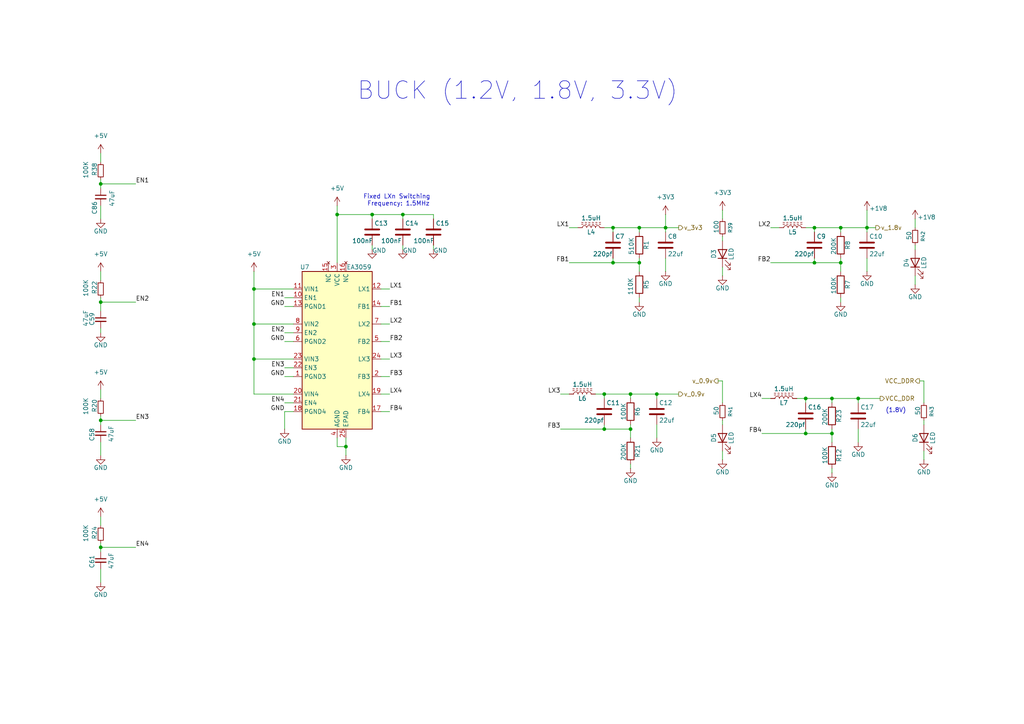
<source format=kicad_sch>
(kicad_sch (version 20250114) (generator "eeschema") (generator_version "9.0")
  (paper "A4")
  (lib_symbols
    (symbol "Device:C" (pin_numbers (hide yes)) (pin_names (offset 0.254))
      (property "Reference" "C" (at 0.635 2.54 0))
      (property "Value" "C" (at 0.635 -2.54 0))
      (symbol "C_0_1"
        (polyline (pts (xy -2.032 0.762) (xy 2.032 0.762)) (stroke (width 0.508)))
        (polyline (pts (xy -2.032 -0.762) (xy 2.032 -0.762)) (stroke (width 0.508)))
      )
      (symbol "C_1_1"
        (pin passive line (at 0 3.81 270) (length 2.794) (name "~") (number "1"))
        (pin passive line (at 0 -3.81 90) (length 2.794) (name "~") (number "2"))
      )
    )
    (symbol "Device:C_Small" (pin_numbers (hide yes)) (pin_names (offset 0.254) (hide yes))
      (property "Reference" "C" (at 0.254 1.778 0))
      (property "Value" "C_Small" (at 0.254 -2.032 0))
      (symbol "C_Small_0_1"
        (polyline (pts (xy -1.524 0.508) (xy 1.524 0.508)) (stroke (width 0.3048)))
        (polyline (pts (xy -1.524 -0.508) (xy 1.524 -0.508)) (stroke (width 0.3302)))
      )
      (symbol "C_Small_1_1"
        (pin passive line (at 0 2.54 270) (length 2.032) (name "~") (number "1"))
        (pin passive line (at 0 -2.54 90) (length 2.032) (name "~") (number "2"))
      )
    )
    (symbol "Device:LED" (pin_numbers (hide yes)) (pin_names (offset 1.016) (hide yes))
      (property "Reference" "D" (at 0 2.54 0))
      (property "Value" "LED" (at 0 -2.54 0))
      (symbol "LED_0_1"
        (polyline (pts (xy -3.048 -0.762) (xy -4.572 -2.286) (xy -3.81 -2.286) (xy -4.572 -2.286) (xy -4.572 -1.524)))
        (polyline (pts (xy -1.778 -0.762) (xy -3.302 -2.286) (xy -2.54 -2.286) (xy -3.302 -2.286) (xy -3.302 -1.524)))
        (polyline (pts (xy -1.27 0) (xy 1.27 0)))
        (polyline (pts (xy -1.27 -1.27) (xy -1.27 1.27)) (stroke (width 0.254)))
        (polyline (pts (xy 1.27 -1.27) (xy 1.27 1.27) (xy -1.27 0) (xy 1.27 -1.27)) (stroke (width 0.254)))
      )
      (symbol "LED_1_1"
        (pin passive line (at -3.81 0 0) (length 2.54) (name "K") (number "1"))
        (pin passive line (at 3.81 0 180) (length 2.54) (name "A") (number "2"))
      )
    )
    (symbol "Device:L_Ferrite" (pin_numbers (hide yes)) (pin_names (offset 1.016) (hide yes))
      (property "Reference" "L" (at -1.27 0 90))
      (property "Value" "L_Ferrite" (at 2.794 0 90))
      (symbol "L_Ferrite_0_1"
        (arc (start 0 2.54) (mid 0.6323 1.905) (end 0 1.27))
        (arc (start 0 1.27) (mid 0.6323 0.635) (end 0 0))
        (arc (start 0 0) (mid 0.6323 -0.635) (end 0 -1.27))
        (arc (start 0 -1.27) (mid 0.6323 -1.905) (end 0 -2.54))
        (polyline (pts (xy 1.016 2.286) (xy 1.016 2.794)))
        (polyline (pts (xy 1.016 1.27) (xy 1.016 1.778)))
        (polyline (pts (xy 1.016 0.254) (xy 1.016 0.762)))
        (polyline (pts (xy 1.016 -0.762) (xy 1.016 -0.254)))
        (polyline (pts (xy 1.016 -1.778) (xy 1.016 -1.27)))
        (polyline (pts (xy 1.016 -2.794) (xy 1.016 -2.286)))
        (polyline (pts (xy 1.524 2.794) (xy 1.524 2.286)))
        (polyline (pts (xy 1.524 1.778) (xy 1.524 1.27)))
        (polyline (pts (xy 1.524 0.762) (xy 1.524 0.254)))
        (polyline (pts (xy 1.524 -0.254) (xy 1.524 -0.762)))
        (polyline (pts (xy 1.524 -1.27) (xy 1.524 -1.778)))
        (polyline (pts (xy 1.524 -2.286) (xy 1.524 -2.794)))
      )
      (symbol "L_Ferrite_1_1"
        (pin passive line (at 0 3.81 270) (length 1.27) (name "1") (number "1"))
        (pin passive line (at 0 -3.81 90) (length 1.27) (name "2") (number "2"))
      )
    )
    (symbol "Device:R" (pin_numbers (hide yes)) (pin_names (offset 0))
      (property "Reference" "R" (at 2.032 0 90))
      (property "Value" "R" (at 0 0 90))
      (symbol "R_0_1"
        (rectangle (start -1.016 -2.54) (end 1.016 2.54) (stroke (width 0.254)))
      )
      (symbol "R_1_1"
        (pin passive line (at 0 3.81 270) (length 1.27) (name "~") (number "1"))
        (pin passive line (at 0 -3.81 90) (length 1.27) (name "~") (number "2"))
      )
    )
    (symbol "Device:R_Small" (pin_numbers (hide yes)) (pin_names (offset 0.254) (hide yes))
      (property "Reference" "R" (at 0.762 0.508 0))
      (property "Value" "R_Small" (at 0.762 -1.016 0))
      (symbol "R_Small_0_1"
        (rectangle (start -0.762 1.778) (end 0.762 -1.778) (stroke (width 0.2032)))
      )
      (symbol "R_Small_1_1"
        (pin passive line (at 0 2.54 270) (length 0.762) (name "~") (number "1"))
        (pin passive line (at 0 -2.54 90) (length 0.762) (name "~") (number "2"))
      )
    )
    (symbol "R_Small_3" (pin_numbers (hide yes)) (pin_names (offset 0.254) (hide yes))
      (property "Reference" "R" (at 0 0 90))
      (property "Value" "R_Small" (at 1.778 0 90))
      (symbol "R_Small_3_0_1"
        (rectangle (start -0.762 1.778) (end 0.762 -1.778) (stroke (width 0.2032)))
      )
      (symbol "R_Small_3_1_1"
        (pin passive line (at 0 2.54 270) (length 0.762) (name "~") (number "1"))
        (pin passive line (at 0 -2.54 90) (length 0.762) (name "~") (number "2"))
      )
    )
    (symbol "pondo_sch:EA3059"
      (property "Reference" "U7" (at -9.398 24.13 0))
      (property "Value" "EA3059" (at 6.35 24.13 0))
      (property "#LCSC" "C111586" (at 0 0 0))
      (symbol "EA3059_1_1"
        (rectangle (start -10.16 22.86) (end 10.16 -22.86) (stroke (width 0.254)) (fill (type background)))
        (pin power_in line (at -12.7 17.78 0) (length 2.54) (name "VIN1") (number "11"))
        (pin input line (at -12.7 15.24 0) (length 2.54) (name "EN1") (number "10"))
        (pin power_in line (at -12.7 12.7 0) (length 2.54) (name "PGND1") (number "13"))
        (pin power_in line (at -12.7 7.62 0) (length 2.54) (name "VIN2") (number "8"))
        (pin input line (at -12.7 5.08 0) (length 2.54) (name "EN2") (number "9"))
        (pin power_in line (at -12.7 2.54 0) (length 2.54) (name "PGND2") (number "6"))
        (pin power_in line (at -12.7 -2.54 0) (length 2.54) (name "VIN3") (number "23"))
        (pin input line (at -12.7 -5.08 0) (length 2.54) (name "EN3") (number "22"))
        (pin power_in line (at -12.7 -7.62 0) (length 2.54) (name "PGND3") (number "1"))
        (pin power_in line (at -12.7 -12.7 0) (length 2.54) (name "VIN4") (number "20"))
        (pin input line (at -12.7 -15.24 0) (length 2.54) (name "EN4") (number "21"))
        (pin power_in line (at -12.7 -17.78 0) (length 2.54) (name "PGND4") (number "18"))
        (pin no_connect line (at -5.08 -22.86 90) (length 2.54) (hide yes) (name "NC") (number "17"))
        (pin no_connect line (at -2.54 25.4 270) (length 2.54) (name "NC") (number "15"))
        (pin no_connect line (at -2.54 -22.86 90) (length 2.54) (hide yes) (name "NC") (number "18"))
        (pin power_in line (at 0 25.4 270) (length 2.54) (name "VCC") (number "3"))
        (pin power_in line (at 0 -25.4 90) (length 2.54) (name "AGND") (number "4"))
        (pin no_connect line (at 2.54 25.4 270) (length 2.54) (name "NC") (number "16"))
        (pin passive line (at 2.54 -25.4 90) (length 2.54) (name "EPAD") (number "25"))
        (pin power_out line (at 12.7 17.78 180) (length 2.54) (name "LX1") (number "12"))
        (pin input line (at 12.7 12.7 180) (length 2.54) (name "FB1") (number "14"))
        (pin power_out line (at 12.7 7.62 180) (length 2.54) (name "LX2") (number "7"))
        (pin input line (at 12.7 2.54 180) (length 2.54) (name "FB2") (number "5"))
        (pin power_out line (at 12.7 -2.54 180) (length 2.54) (name "LX3") (number "24"))
        (pin input line (at 12.7 -7.62 180) (length 2.54) (name "FB3") (number "2"))
        (pin power_out line (at 12.7 -12.7 180) (length 2.54) (name "LX4") (number "19"))
        (pin input line (at 12.7 -17.78 180) (length 2.54) (name "FB4") (number "17"))
      )
    )
    (symbol "power:+1V8" (power) (pin_numbers (hide yes)) (pin_names (offset 0) (hide yes))
      (property "Value" "+1V8" (at 0 3.556 0))
      (symbol "+1V8_0_1"
        (polyline (pts (xy -0.762 1.27) (xy 0 2.54)))
        (polyline (pts (xy 0 2.54) (xy 0.762 1.27)))
        (polyline (pts (xy 0 0) (xy 0 2.54)))
      )
      (symbol "+1V8_1_1"
        (pin power_in line (at 0 0 90) (length 0) (name "~") (number "1"))
      )
    )
    (symbol "power:+3V3" (power) (pin_numbers (hide yes)) (pin_names (offset 0) (hide yes))
      (property "Value" "+3V3" (at 0 3.556 0))
      (symbol "+3V3_0_1"
        (polyline (pts (xy -0.762 1.27) (xy 0 2.54)))
        (polyline (pts (xy 0 2.54) (xy 0.762 1.27)))
        (polyline (pts (xy 0 0) (xy 0 2.54)))
      )
      (symbol "+3V3_1_1"
        (pin power_in line (at 0 0 90) (length 0) (name "~") (number "1"))
      )
    )
    (symbol "power:+5V" (power) (pin_numbers (hide yes)) (pin_names (offset 0) (hide yes))
      (property "Value" "+5V" (at 0 3.556 0))
      (symbol "+5V_0_1"
        (polyline (pts (xy -0.762 1.27) (xy 0 2.54)))
        (polyline (pts (xy 0 2.54) (xy 0.762 1.27)))
        (polyline (pts (xy 0 0) (xy 0 2.54)))
      )
      (symbol "+5V_1_1"
        (pin power_in line (at 0 0 90) (length 0) (name "~") (number "1"))
      )
    )
    (symbol "power:GND" (power) (pin_numbers (hide yes)) (pin_names (offset 0) (hide yes))
      (property "Value" "GND" (at 0 -3.81 0))
      (symbol "GND_0_1"
        (polyline (pts (xy 0 0) (xy 0 -1.27) (xy 1.27 -1.27) (xy 0 -2.54) (xy -1.27 -1.27) (xy 0 -1.27)))
      )
      (symbol "GND_1_1"
        (pin power_in line (at 0 0 270) (length 0) (name "~") (number "1"))
      )
    )
  )
  (text "BUCK (1.2V, 1.8V, 3.3V)" (at 150.114 26.416 0) (effects (font (size 5.08 5.08))))
  (text "Fixed LXn Switching \nFrequency: 1.5MHz" (at 115.57 58.166 0) (effects (font (size 1.27 1.27))))
  (text "(1.8V)\n" (at 259.842 119.126 0) (effects (font (size 1.27 1.27))))
  (junction (at 233.68 115.57))
  (junction (at 185.42 66.04))
  (junction (at 100.33 129.54))
  (junction (at 241.3 125.73))
  (junction (at 190.5 114.3))
  (junction (at 175.26 114.3))
  (junction (at 116.84 62.23))
  (junction (at 29.21 87.63))
  (junction (at 251.46 66.04))
  (junction (at 233.68 125.73))
  (junction (at 182.88 114.3))
  (junction (at 177.8 76.2))
  (junction (at 182.88 124.46))
  (junction (at 97.79 62.23))
  (junction (at 243.84 66.04))
  (junction (at 73.66 83.82))
  (junction (at 73.66 93.98))
  (junction (at 241.3 115.57))
  (junction (at 248.92 115.57))
  (junction (at 177.8 66.04))
  (junction (at 243.84 76.2))
  (junction (at 73.66 104.14))
  (junction (at 236.22 66.04))
  (junction (at 107.95 62.23))
  (junction (at 29.21 158.75))
  (junction (at 236.22 76.2))
  (junction (at 29.21 53.34))
  (junction (at 185.42 76.2))
  (junction (at 29.21 121.92))
  (junction (at 175.26 124.46))
  (junction (at 193.04 66.04))
  (wire (pts (xy 82.55 119.38) (xy 85.09 119.38)))
  (wire (pts (xy 29.21 53.34) (xy 29.21 54.61)))
  (wire (pts (xy 82.55 99.06) (xy 85.09 99.06)))
  (wire (pts (xy 265.43 80.01) (xy 265.43 82.55)))
  (wire (pts (xy 220.98 115.57) (xy 223.52 115.57)))
  (wire (pts (xy 125.73 62.23) (xy 116.84 62.23)))
  (wire (pts (xy 251.46 66.04) (xy 254 66.04)))
  (wire (pts (xy 177.8 76.2) (xy 185.42 76.2)))
  (wire (pts (xy 29.21 87.63) (xy 29.21 90.17)))
  (wire (pts (xy 29.21 128.27) (xy 29.21 132.08)))
  (wire (pts (xy 110.49 83.82) (xy 113.03 83.82)))
  (wire (pts (xy 110.49 88.9) (xy 113.03 88.9)))
  (wire (pts (xy 82.55 116.84) (xy 85.09 116.84)))
  (wire (pts (xy 251.46 60.96) (xy 251.46 66.04)))
  (wire (pts (xy 190.5 114.3) (xy 182.88 114.3)))
  (wire (pts (xy 209.55 110.49) (xy 209.55 116.84)))
  (wire (pts (xy 29.21 120.65) (xy 29.21 121.92)))
  (wire (pts (xy 182.88 124.46) (xy 182.88 123.19)))
  (wire (pts (xy 241.3 135.89) (xy 241.3 137.16)))
  (wire (pts (xy 82.55 88.9) (xy 85.09 88.9)))
  (wire (pts (xy 175.26 123.19) (xy 175.26 124.46)))
  (wire (pts (xy 267.97 121.92) (xy 267.97 123.19)))
  (wire (pts (xy 73.66 93.98) (xy 73.66 83.82)))
  (wire (pts (xy 29.21 44.45) (xy 29.21 46.99)))
  (wire (pts (xy 85.09 93.98) (xy 73.66 93.98)))
  (wire (pts (xy 223.52 76.2) (xy 236.22 76.2)))
  (wire (pts (xy 107.95 63.5) (xy 107.95 62.23)))
  (wire (pts (xy 29.21 165.1) (xy 29.21 168.91)))
  (wire (pts (xy 236.22 66.04) (xy 236.22 67.31)))
  (wire (pts (xy 85.09 114.3) (xy 73.66 114.3)))
  (wire (pts (xy 29.21 158.75) (xy 29.21 160.02)))
  (wire (pts (xy 193.04 66.04) (xy 185.42 66.04)))
  (wire (pts (xy 241.3 125.73) (xy 241.3 128.27)))
  (wire (pts (xy 190.5 115.57) (xy 190.5 114.3)))
  (wire (pts (xy 248.92 115.57) (xy 241.3 115.57)))
  (wire (pts (xy 251.46 67.31) (xy 251.46 66.04)))
  (wire (pts (xy 100.33 129.54) (xy 100.33 132.08)))
  (wire (pts (xy 241.3 125.73) (xy 241.3 124.46)))
  (wire (pts (xy 29.21 78.74) (xy 29.21 81.28)))
  (wire (pts (xy 220.98 125.73) (xy 233.68 125.73)))
  (wire (pts (xy 165.1 76.2) (xy 177.8 76.2)))
  (wire (pts (xy 162.56 124.46) (xy 175.26 124.46)))
  (wire (pts (xy 97.79 129.54) (xy 100.33 129.54)))
  (wire (pts (xy 82.55 106.68) (xy 85.09 106.68)))
  (wire (pts (xy 165.1 66.04) (xy 167.64 66.04)))
  (wire (pts (xy 243.84 76.2) (xy 243.84 78.74)))
  (wire (pts (xy 110.49 109.22) (xy 113.03 109.22)))
  (wire (pts (xy 241.3 116.84) (xy 241.3 115.57)))
  (wire (pts (xy 175.26 66.04) (xy 177.8 66.04)))
  (wire (pts (xy 29.21 87.63) (xy 39.37 87.63)))
  (wire (pts (xy 73.66 83.82) (xy 85.09 83.82)))
  (wire (pts (xy 265.43 71.12) (xy 265.43 72.39)))
  (wire (pts (xy 82.55 86.36) (xy 85.09 86.36)))
  (wire (pts (xy 116.84 63.5) (xy 116.84 62.23)))
  (wire (pts (xy 209.55 110.49) (xy 208.28 110.49)))
  (wire (pts (xy 125.73 71.12) (xy 125.73 72.39)))
  (wire (pts (xy 97.79 59.69) (xy 97.79 62.23)))
  (wire (pts (xy 251.46 66.04) (xy 243.84 66.04)))
  (wire (pts (xy 231.14 115.57) (xy 233.68 115.57)))
  (wire (pts (xy 233.68 115.57) (xy 233.68 116.84)))
  (wire (pts (xy 177.8 74.93) (xy 177.8 76.2)))
  (wire (pts (xy 233.68 66.04) (xy 236.22 66.04)))
  (wire (pts (xy 107.95 71.12) (xy 107.95 72.39)))
  (wire (pts (xy 97.79 127) (xy 97.79 129.54)))
  (wire (pts (xy 193.04 67.31) (xy 193.04 66.04)))
  (wire (pts (xy 182.88 134.62) (xy 182.88 135.89)))
  (wire (pts (xy 241.3 115.57) (xy 233.68 115.57)))
  (wire (pts (xy 29.21 121.92) (xy 29.21 123.19)))
  (wire (pts (xy 175.26 114.3) (xy 175.26 115.57)))
  (wire (pts (xy 267.97 110.49) (xy 267.97 116.84)))
  (wire (pts (xy 193.04 74.93) (xy 193.04 78.74)))
  (wire (pts (xy 73.66 114.3) (xy 73.66 104.14)))
  (wire (pts (xy 73.66 104.14) (xy 73.66 93.98)))
  (wire (pts (xy 193.04 66.04) (xy 196.85 66.04)))
  (wire (pts (xy 107.95 62.23) (xy 116.84 62.23)))
  (wire (pts (xy 29.21 149.86) (xy 29.21 152.4)))
  (wire (pts (xy 209.55 121.92) (xy 209.55 123.19)))
  (wire (pts (xy 107.95 62.23) (xy 97.79 62.23)))
  (wire (pts (xy 125.73 63.5) (xy 125.73 62.23)))
  (wire (pts (xy 110.49 93.98) (xy 113.03 93.98)))
  (wire (pts (xy 172.72 114.3) (xy 175.26 114.3)))
  (wire (pts (xy 267.97 110.49) (xy 266.7 110.49)))
  (wire (pts (xy 243.84 76.2) (xy 243.84 74.93)))
  (wire (pts (xy 193.04 62.23) (xy 193.04 66.04)))
  (wire (pts (xy 243.84 67.31) (xy 243.84 66.04)))
  (wire (pts (xy 233.68 125.73) (xy 241.3 125.73)))
  (wire (pts (xy 110.49 119.38) (xy 113.03 119.38)))
  (wire (pts (xy 185.42 76.2) (xy 185.42 74.93)))
  (wire (pts (xy 29.21 95.25) (xy 29.21 96.52)))
  (wire (pts (xy 29.21 52.07) (xy 29.21 53.34)))
  (wire (pts (xy 223.52 66.04) (xy 226.06 66.04)))
  (wire (pts (xy 209.55 130.81) (xy 209.55 133.35)))
  (wire (pts (xy 243.84 66.04) (xy 236.22 66.04)))
  (wire (pts (xy 267.97 130.81) (xy 267.97 133.35)))
  (wire (pts (xy 248.92 124.46) (xy 248.92 128.27)))
  (wire (pts (xy 82.55 124.46) (xy 82.55 119.38)))
  (wire (pts (xy 236.22 74.93) (xy 236.22 76.2)))
  (wire (pts (xy 182.88 114.3) (xy 175.26 114.3)))
  (wire (pts (xy 265.43 63.5) (xy 265.43 66.04)))
  (wire (pts (xy 190.5 114.3) (xy 196.85 114.3)))
  (wire (pts (xy 85.09 104.14) (xy 73.66 104.14)))
  (wire (pts (xy 185.42 76.2) (xy 185.42 78.74)))
  (wire (pts (xy 110.49 114.3) (xy 113.03 114.3)))
  (wire (pts (xy 185.42 66.04) (xy 177.8 66.04)))
  (wire (pts (xy 182.88 124.46) (xy 182.88 127)))
  (wire (pts (xy 251.46 74.93) (xy 251.46 78.74)))
  (wire (pts (xy 243.84 86.36) (xy 243.84 87.63)))
  (wire (pts (xy 100.33 127) (xy 100.33 129.54)))
  (wire (pts (xy 185.42 67.31) (xy 185.42 66.04)))
  (wire (pts (xy 29.21 86.36) (xy 29.21 87.63)))
  (wire (pts (xy 209.55 68.58) (xy 209.55 69.85)))
  (wire (pts (xy 73.66 78.74) (xy 73.66 83.82)))
  (wire (pts (xy 248.92 116.84) (xy 248.92 115.57)))
  (wire (pts (xy 82.55 96.52) (xy 85.09 96.52)))
  (wire (pts (xy 209.55 77.47) (xy 209.55 80.01)))
  (wire (pts (xy 29.21 121.92) (xy 39.37 121.92)))
  (wire (pts (xy 162.56 114.3) (xy 165.1 114.3)))
  (wire (pts (xy 175.26 124.46) (xy 182.88 124.46)))
  (wire (pts (xy 248.92 115.57) (xy 255.27 115.57)))
  (wire (pts (xy 110.49 104.14) (xy 113.03 104.14)))
  (wire (pts (xy 236.22 76.2) (xy 243.84 76.2)))
  (wire (pts (xy 97.79 62.23) (xy 97.79 76.2)))
  (wire (pts (xy 29.21 59.69) (xy 29.21 63.5)))
  (wire (pts (xy 82.55 109.22) (xy 85.09 109.22)))
  (wire (pts (xy 209.55 60.96) (xy 209.55 63.5)))
  (wire (pts (xy 29.21 158.75) (xy 39.37 158.75)))
  (wire (pts (xy 110.49 99.06) (xy 113.03 99.06)))
  (wire (pts (xy 29.21 53.34) (xy 39.37 53.34)))
  (wire (pts (xy 190.5 123.19) (xy 190.5 127)))
  (wire (pts (xy 185.42 86.36) (xy 185.42 87.63)))
  (wire (pts (xy 29.21 113.03) (xy 29.21 115.57)))
  (wire (pts (xy 116.84 71.12) (xy 116.84 72.39)))
  (wire (pts (xy 233.68 124.46) (xy 233.68 125.73)))
  (wire (pts (xy 182.88 115.57) (xy 182.88 114.3)))
  (wire (pts (xy 177.8 66.04) (xy 177.8 67.31)))
  (wire (pts (xy 29.21 157.48) (xy 29.21 158.75)))
  (label "EN2" (at 39.37 87.63 0))
  (label "GND" (at 82.55 88.9 180))
  (label "GND" (at 82.55 119.38 180))
  (label "EN1" (at 82.55 86.36 180))
  (label "EN4" (at 82.55 116.84 180))
  (label "LX3" (at 162.56 114.3 180))
  (label "FB2" (at 113.03 99.06 0))
  (label "GND" (at 82.55 109.22 180))
  (label "EN4" (at 39.37 158.75 0))
  (label "FB3" (at 162.56 124.46 180))
  (label "LX1" (at 165.1 66.04 180))
  (label "FB4" (at 113.03 119.38 0))
  (label "LX1" (at 113.03 83.82 0))
  (label "FB1" (at 165.1 76.2 180))
  (label "EN2" (at 82.55 96.52 180))
  (label "FB4" (at 220.98 125.73 180))
  (label "LX4" (at 220.98 115.57 180))
  (label "LX2" (at 113.03 93.98 0))
  (label "LX3" (at 113.03 104.14 0))
  (label "FB2" (at 223.52 76.2 180))
  (label "EN1" (at 39.37 53.34 0))
  (label "FB3" (at 113.03 109.22 0))
  (label "LX4" (at 113.03 114.3 0))
  (label "EN3" (at 82.55 106.68 180))
  (label "GND" (at 82.55 99.06 180))
  (label "LX2" (at 223.52 66.04 180))
  (label "EN3" (at 39.37 121.92 0))
  (label "FB1" (at 113.03 88.9 0))
  (hierarchical_label "v_3v3" (shape output) (at 196.85 66.04 0))
  (hierarchical_label "v_0.9v" (shape output) (at 208.28 110.49 180))
  (hierarchical_label "v_1.8v" (shape output) (at 254 66.04 0))
  (hierarchical_label "v_0.9v" (shape output) (at 196.85 114.3 0))
  (hierarchical_label "VCC_DDR" (shape output) (at 266.7 110.49 180))
  (hierarchical_label "VCC_DDR" (shape output) (at 255.27 115.57 0))
  (symbol (lib_id "Device:C") (at 116.84 67.31 0) (unit 1)
    (property "Reference" "C14" (at 117.475 64.77 0) (effects (justify left)))
    (property "Value" "100nF" (at 110.49 69.85 0) (effects (justify left)))
    (property "Footprint" "Capacitor_SMD:C_0402_1005Metric" (effects (hide yes)))
    (property "Description" "Unpolarized capacitor" (effects (hide yes)))
    (property "LCSC#" "C77020" (effects (hide yes)))
  )
  (symbol (lib_id "Device:R_Small") (at 29.21 83.82 180) (unit 1)
    (property "Reference" "R22" (at 27.432 85.344 90) (effects (justify right)))
    (property "Value" "100K" (at 24.892 86.106 90) (effects (justify right)))
    (property "Footprint" "Resistor_SMD:R_0402_1005Metric" (effects (hide yes)))
    (property "Description" "Resistor, small symbol" (effects (hide yes)))
    (property "LCSC#" "C844674" (effects (hide yes)))
  )
  (symbol (lib_id "Device:C_Small") (at 29.21 57.15 0) (unit 1)
    (property "Reference" "C86" (at 27.432 62.23 90) (effects (justify left)))
    (property "Value" "47uF" (at 32.512 59.944 90) (effects (justify left)))
    (property "Footprint" "Capacitor_SMD:C_0603_1608Metric" (effects (hide yes)))
    (property "Description" "Unpolarized capacitor, small symbol" (effects (hide yes)))
    (property "LCSC#" "C140782" (effects (hide yes)))
  )
  (symbol (lib_id "Device:L_Ferrite") (at 227.33 115.57 90) (unit 1)
    (property "Reference" "L7" (at 227.33 116.84 90))
    (property "Value" "1.5uH" (at 227.33 112.776 90))
    (property "Footprint" "Inductor_SMD:L_1008_2520Metric" (effects (hide yes)))
    (property "Description" "Inductor with ferrite core" (effects (hide yes)))
    (property "proveedor " "DFE252012PD-1R5M=P2 " (effects (hide yes)))
    (property "LCSC#" "C7427193" (effects (hide yes)))
  )
  (symbol (lib_id "power:GND") (at 209.55 133.35 0) (unit 1)
    (property "Reference" "#PWR078" (effects (hide yes)))
    (property "Value" "GND" (at 209.55 136.906 0))
    (property "Description" "Power symbol creates a global label with name \"GND\" , ground" (effects (hide yes)))
  )
  (symbol (lib_id "Device:R") (at 241.3 132.08 0) (unit 1)
    (property "Reference" "R12" (at 243.332 132.08 90))
    (property "Value" "100K" (at 239.268 132.08 90))
    (property "Footprint" "Resistor_SMD:R_0402_1005Metric" (effects (hide yes)))
    (property "Description" "Resistor" (effects (hide yes)))
    (property "LCSC#" "C844674" (effects (hide yes)))
  )
  (symbol (lib_id "Device:C") (at 107.95 67.31 0) (unit 1)
    (property "Reference" "C13" (at 108.585 64.77 0) (effects (justify left)))
    (property "Value" "100nF" (at 102.108 69.85 0) (effects (justify left)))
    (property "Footprint" "Capacitor_SMD:C_0402_1005Metric" (effects (hide yes)))
    (property "Description" "Unpolarized capacitor" (effects (hide yes)))
    (property "LCSC#" "C77020" (effects (hide yes)))
  )
  (symbol (lib_id "Device:C") (at 125.73 67.31 0) (unit 1)
    (property "Reference" "C15" (at 126.365 64.77 0) (effects (justify left)))
    (property "Value" "100nF" (at 119.888 69.85 0) (effects (justify left)))
    (property "Footprint" "Capacitor_SMD:C_0402_1005Metric" (effects (hide yes)))
    (property "Description" "Unpolarized capacitor" (effects (hide yes)))
    (property "LCSC#" "C77020" (effects (hide yes)))
  )
  (symbol (lib_id "Device:R_Small") (at 29.21 154.94 180) (unit 1)
    (property "Reference" "R24" (at 27.432 156.464 90) (effects (justify right)))
    (property "Value" "100K" (at 24.892 157.226 90) (effects (justify right)))
    (property "Footprint" "Resistor_SMD:R_0402_1005Metric" (effects (hide yes)))
    (property "Description" "Resistor, small symbol" (effects (hide yes)))
    (property "LCSC#" "C844674" (effects (hide yes)))
  )
  (symbol (lib_id "Device:R_Small") (at 29.21 49.53 180) (unit 1)
    (property "Reference" "R38" (at 27.432 51.054 90) (effects (justify right)))
    (property "Value" "100K" (at 24.892 51.816 90) (effects (justify right)))
    (property "Footprint" "Resistor_SMD:R_0402_1005Metric" (effects (hide yes)))
    (property "Description" "Resistor, small symbol" (effects (hide yes)))
    (property "LCSC#" "C844674" (effects (hide yes)))
  )
  (symbol (lib_id "power:GND") (at 241.3 137.16 0) (unit 1)
    (property "Reference" "#PWR0107" (effects (hide yes)))
    (property "Value" "GND" (at 241.3 140.716 0))
    (property "Description" "Power symbol creates a global label with name \"GND\" , ground" (effects (hide yes)))
  )
  (symbol (lib_id "Device:C") (at 177.8 71.12 0) (unit 1)
    (property "Reference" "C7" (at 178.435 68.58 0) (effects (justify left)))
    (property "Value" "220pf" (at 171.958 73.66 0) (effects (justify left)))
    (property "Footprint" "Capacitor_SMD:C_0402_1005Metric" (effects (hide yes)))
    (property "Description" "Unpolarized capacitor" (effects (hide yes)))
    (property "LCSC#" "C107001" (effects (hide yes)))
  )
  (symbol (lib_id "Device:L_Ferrite") (at 168.91 114.3 90) (unit 1)
    (property "Reference" "L6" (at 168.91 115.57 90))
    (property "Value" "1.5uH" (at 168.91 111.506 90))
    (property "Footprint" "Inductor_SMD:L_1008_2520Metric" (effects (hide yes)))
    (property "Description" "Inductor with ferrite core" (effects (hide yes)))
    (property "proveedor " "DFE252012PD-1R5M=P2 " (effects (hide yes)))
    (property "LCSC#" "C7427193" (effects (hide yes)))
  )
  (symbol (lib_id "Device:C") (at 193.04 71.12 0) (unit 1)
    (property "Reference" "C8" (at 193.675 68.58 0) (effects (justify left)))
    (property "Value" "22uf" (at 193.675 73.66 0) (effects (justify left)))
    (property "Footprint" "Capacitor_SMD:C_0402_1005Metric" (effects (hide yes)))
    (property "Description" "Unpolarized capacitor" (effects (hide yes)))
    (property "manf#" "GRM155R60J226ME11D" (effects (hide yes)))
    (property "LCSC#" "C415703" (effects (hide yes)))
  )
  (symbol (lib_id "power:GND") (at 116.84 72.39 0) (unit 1)
    (property "Reference" "#PWR0110" (effects (hide yes)))
    (property "Value" "GND" (at 118.872 72.644 0))
    (property "Description" "Power symbol creates a global label with name \"GND\" , ground" (effects (hide yes)))
  )
  (symbol (lib_id "Device:LED") (at 209.55 127 90) (unit 1)
    (property "Reference" "D5" (at 207.01 127 0))
    (property "Value" "LED" (at 212.09 127 0))
    (property "Footprint" "LED_SMD:LED_0603_1608Metric" (effects (hide yes)))
    (property "Description" "Light emitting diode" (effects (hide yes)))
    (property "Sim.Pins" "1=K 2=A" (effects (hide yes)))
    (property "LCSC#" "C375573" (effects (hide yes)))
  )
  (symbol (lib_id "power:GND") (at 265.43 82.55 0) (unit 1)
    (property "Reference" "#PWR077" (effects (hide yes)))
    (property "Value" "GND" (at 265.43 86.106 0))
    (property "Description" "Power symbol creates a global label with name \"GND\" , ground" (effects (hide yes)))
  )
  (symbol (lib_id "power:+5V") (at 29.21 44.45 0) (unit 1)
    (property "Reference" "#PWR084" (effects (hide yes)))
    (property "Value" "+5V" (at 29.21 39.37 0))
    (property "Description" "Power symbol creates a global label with name \"+5V\"" (effects (hide yes)))
  )
  (symbol (lib_id "Device:LED") (at 267.97 127 90) (unit 1)
    (property "Reference" "D6" (at 265.43 127 0))
    (property "Value" "LED" (at 270.51 127 0))
    (property "Footprint" "LED_SMD:LED_0603_1608Metric" (effects (hide yes)))
    (property "Description" "Light emitting diode" (effects (hide yes)))
    (property "Sim.Pins" "1=K 2=A" (effects (hide yes)))
    (property "LCSC#" "C375573" (effects (hide yes)))
  )
  (symbol (lib_id "power:GND") (at 243.84 87.63 0) (unit 1)
    (property "Reference" "#PWR097" (effects (hide yes)))
    (property "Value" "GND" (at 243.84 91.186 0))
    (property "Description" "Power symbol creates a global label with name \"GND\" , ground" (effects (hide yes)))
  )
  (symbol (lib_id "Device:LED") (at 265.43 76.2 90) (unit 1)
    (property "Reference" "D4" (at 262.89 76.2 0))
    (property "Value" "LED" (at 267.97 76.2 0))
    (property "Footprint" "LED_SMD:LED_0603_1608Metric" (effects (hide yes)))
    (property "Description" "Light emitting diode" (effects (hide yes)))
    (property "Sim.Pins" "1=K 2=A" (effects (hide yes)))
    (property "LCSC#" "C375573" (effects (hide yes)))
  )
  (symbol (lib_id "power:GND") (at 82.55 124.46 0) (unit 1)
    (property "Reference" "#PWR0105" (effects (hide yes)))
    (property "Value" "GND" (at 82.55 128.016 0))
    (property "Description" "Power symbol creates a global label with name \"GND\" , ground" (effects (hide yes)))
  )
  (symbol (lib_id "Device:R") (at 243.84 82.55 0) (unit 1)
    (property "Reference" "R7" (at 245.872 82.55 90))
    (property "Value" "100K" (at 241.808 82.804 90))
    (property "Footprint" "Resistor_SMD:R_0402_1005Metric" (effects (hide yes)))
    (property "Description" "Resistor" (effects (hide yes)))
    (property "LCSC#" "C844674" (effects (hide yes)))
  )
  (symbol (lib_id "Device:L_Ferrite") (at 229.87 66.04 90) (unit 1)
    (property "Reference" "L5" (at 229.87 67.31 90))
    (property "Value" "1.5uH" (at 229.87 63.246 90))
    (property "Footprint" "Inductor_SMD:L_1008_2520Metric" (effects (hide yes)))
    (property "Description" "Inductor with ferrite core" (effects (hide yes)))
    (property "proveedor " "DFE252012PD-1R5M=P2 " (effects (hide yes)))
    (property "LCSC#" "C7427193" (effects (hide yes)))
  )
  (symbol (lib_id "Device:R") (at 241.3 120.65 0) (unit 1)
    (property "Reference" "R23" (at 243.332 120.65 90))
    (property "Value" "200K" (at 239.268 120.904 90))
    (property "Footprint" "Resistor_SMD:R_0402_1005Metric" (effects (hide yes)))
    (property "Description" "Resistor" (effects (hide yes)))
    (property "LCSC#" "C364966" (effects (hide yes)))
  )
  (symbol (lib_id "power:GND") (at 209.55 80.01 0) (unit 1)
    (property "Reference" "#PWR076" (effects (hide yes)))
    (property "Value" "GND" (at 209.55 83.566 0))
    (property "Description" "Power symbol creates a global label with name \"GND\" , ground" (effects (hide yes)))
  )
  (symbol (lib_name "R_Small_3") (lib_id "Device:R_Small") (at 209.55 66.04 180) (unit 1)
    (property "Reference" "R39" (at 211.836 66.04 90) (effects (font (size 1.016 1.016))))
    (property "Value" "100" (at 207.772 65.786 90))
    (property "Footprint" "Resistor_SMD:R_0603_1608Metric" (effects (hide yes)))
    (property "Description" "Resistor, small symbol" (effects (hide yes)))
    (property "LCSC#" "C253328" (effects (hide yes)))
  )
  (symbol (lib_id "Device:L_Ferrite") (at 171.45 66.04 90) (unit 1)
    (property "Reference" "L4" (at 171.45 67.31 90))
    (property "Value" "1.5uH" (at 171.45 63.246 90))
    (property "Footprint" "Inductor_SMD:L_1008_2520Metric" (effects (hide yes)))
    (property "Description" "Inductor with ferrite core" (effects (hide yes)))
    (property "proveedor " "DFE252012PD-1R5M=P2 " (effects (hide yes)))
    (property "LCSC#" "C7427193" (effects (hide yes)))
  )
  (symbol (lib_id "Device:C_Small") (at 29.21 92.71 0) (unit 1)
    (property "Reference" "C59" (at 26.67 94.488 90) (effects (justify left)))
    (property "Value" "47uF" (at 24.892 94.742 90) (effects (justify left)))
    (property "Footprint" "Capacitor_SMD:C_0603_1608Metric" (effects (hide yes)))
    (property "Description" "Unpolarized capacitor, small symbol" (effects (hide yes)))
    (property "LCSC#" "C140782" (effects (hide yes)))
  )
  (symbol (lib_name "R_Small_3") (lib_id "Device:R_Small") (at 209.55 119.38 180) (unit 1)
    (property "Reference" "R41" (at 211.836 119.38 90) (effects (font (size 1.016 1.016))))
    (property "Value" "50" (at 207.772 119.126 90))
    (property "Footprint" "Resistor_SMD:R_0603_1608Metric" (effects (hide yes)))
    (property "Description" "Resistor, small symbol" (effects (hide yes)))
    (property "LCSC#" "C445802" (effects (hide yes)))
  )
  (symbol (lib_id "power:GND") (at 29.21 168.91 0) (unit 1)
    (property "Reference" "#PWR061" (effects (hide yes)))
    (property "Value" "GND" (at 29.21 172.466 0))
    (property "Description" "Power symbol creates a global label with name \"GND\" , ground" (effects (hide yes)))
  )
  (symbol (lib_id "power:GND") (at 251.46 78.74 0) (unit 1)
    (property "Reference" "#PWR098" (effects (hide yes)))
    (property "Value" "GND" (at 251.46 82.296 0))
    (property "Description" "Power symbol creates a global label with name \"GND\" , ground" (effects (hide yes)))
  )
  (symbol (lib_id "power:+5V") (at 29.21 78.74 0) (unit 1)
    (property "Reference" "#PWR059" (effects (hide yes)))
    (property "Value" "+5V" (at 29.21 73.66 0))
    (property "Description" "Power symbol creates a global label with name \"+5V\"" (effects (hide yes)))
  )
  (symbol (lib_id "power:+1V8") (at 251.46 60.96 0) (unit 1)
    (property "Reference" "#PWR0109" (effects (hide yes)))
    (property "Value" "+1V8" (at 254.762 60.452 0))
    (property "Description" "Power symbol creates a global label with name \"+1V8\"" (effects (hide yes)))
  )
  (symbol (lib_id "power:+5V") (at 29.21 113.03 0) (unit 1)
    (property "Reference" "#PWR094" (effects (hide yes)))
    (property "Value" "+5V" (at 29.21 107.95 0))
    (property "Description" "Power symbol creates a global label with name \"+5V\"" (effects (hide yes)))
  )
  (symbol (lib_id "power:GND") (at 190.5 127 0) (unit 1)
    (property "Reference" "#PWR0100" (effects (hide yes)))
    (property "Value" "GND" (at 190.5 130.556 0))
    (property "Description" "Power symbol creates a global label with name \"GND\" , ground" (effects (hide yes)))
  )
  (symbol (lib_id "power:GND") (at 125.73 72.39 0) (unit 1)
    (property "Reference" "#PWR0111" (effects (hide yes)))
    (property "Value" "GND" (at 127.762 72.644 0))
    (property "Description" "Power symbol creates a global label with name \"GND\" , ground" (effects (hide yes)))
  )
  (symbol (lib_id "power:GND") (at 107.95 72.39 0) (unit 1)
    (property "Reference" "#PWR0103" (effects (hide yes)))
    (property "Value" "GND" (at 109.982 72.644 0))
    (property "Description" "Power symbol creates a global label with name \"GND\" , ground" (effects (hide yes)))
  )
  (symbol (lib_id "Device:LED") (at 209.55 73.66 90) (unit 1)
    (property "Reference" "D3" (at 207.01 73.66 0))
    (property "Value" "LED" (at 212.09 73.66 0))
    (property "Footprint" "LED_SMD:LED_0603_1608Metric" (effects (hide yes)))
    (property "Description" "Light emitting diode" (effects (hide yes)))
    (property "Sim.Pins" "1=K 2=A" (effects (hide yes)))
    (property "LCSC#" "C375573" (effects (hide yes)))
  )
  (symbol (lib_id "power:GND") (at 193.04 78.74 0) (unit 1)
    (property "Reference" "#PWR096" (effects (hide yes)))
    (property "Value" "GND" (at 193.04 82.296 0))
    (property "Description" "Power symbol creates a global label with name \"GND\" , ground" (effects (hide yes)))
  )
  (symbol (lib_id "pondo_sch:EA3059") (at 97.79 101.6 0) (unit 1)
    (property "Reference" "U7" (at 88.392 77.47 0))
    (property "Value" "EA3059" (at 104.14 77.47 0))
    (property "Footprint" "Package_DFN_QFN:VQFN-24-1EP_4x4mm_P0.5mm_EP2.5x2.5mm" (effects (hide yes)))
    (property "Datasheet" "https://www.lcsc.com/datasheet/lcsc_datasheet_2006041834_Everanalog-IC-design-EA3058QDR_C575412.pdf" (effects (hide yes)))
    (property "Description" "4-channel power management IC, 2.7..5.5V input, 1.5 MHz switching frequency, VQFN-24" (effects (hide yes)))
    (property "LCSC#" "C111586" (effects (hide yes)))
  )
  (symbol (lib_id "power:GND") (at 185.42 87.63 0) (unit 1)
    (property "Reference" "#PWR095" (effects (hide yes)))
    (property "Value" "GND" (at 185.42 91.186 0))
    (property "Description" "Power symbol creates a global label with name \"GND\" , ground" (effects (hide yes)))
  )
  (symbol (lib_id "Device:C") (at 190.5 119.38 0) (unit 1)
    (property "Reference" "C12" (at 191.135 116.84 0) (effects (justify left)))
    (property "Value" "22uf" (at 191.135 121.92 0) (effects (justify left)))
    (property "Footprint" "Capacitor_SMD:C_0402_1005Metric" (effects (hide yes)))
    (property "Description" "Unpolarized capacitor" (effects (hide yes)))
    (property "manf#" "GRM155R60J226ME11D" (effects (hide yes)))
    (property "LCSC#" "C415703" (effects (hide yes)))
  )
  (symbol (lib_id "power:GND") (at 182.88 135.89 0) (unit 1)
    (property "Reference" "#PWR099" (effects (hide yes)))
    (property "Value" "GND" (at 182.88 139.446 0))
    (property "Description" "Power symbol creates a global label with name \"GND\" , ground" (effects (hide yes)))
  )
  (symbol (lib_id "Device:R") (at 185.42 82.55 0) (unit 1)
    (property "Reference" "R5" (at 187.452 82.55 90))
    (property "Value" "110K" (at 182.88 83.058 90))
    (property "Footprint" "Resistor_SMD:R_0402_1005Metric" (effects (hide yes)))
    (property "Description" "Resistor" (effects (hide yes)))
    (property "manf#" "ERJ-2RKF1103X " (effects (hide yes)))
  )
  (symbol (lib_id "Device:C") (at 175.26 119.38 0) (unit 1)
    (property "Reference" "C11" (at 175.895 116.84 0) (effects (justify left)))
    (property "Value" "220pf" (at 169.418 121.92 0) (effects (justify left)))
    (property "Footprint" "Capacitor_SMD:C_0402_1005Metric" (effects (hide yes)))
    (property "Description" "Unpolarized capacitor" (effects (hide yes)))
    (property "LCSC#" "C107001" (effects (hide yes)))
  )
  (symbol (lib_id "power:+5V") (at 97.79 59.69 0) (unit 1)
    (property "Reference" "#PWR0102" (effects (hide yes)))
    (property "Value" "+5V" (at 97.79 54.61 0))
    (property "Description" "Power symbol creates a global label with name \"+5V\"" (effects (hide yes)))
  )
  (symbol (lib_id "Device:C") (at 248.92 120.65 0) (unit 1)
    (property "Reference" "C17" (at 249.555 118.11 0) (effects (justify left)))
    (property "Value" "22uf" (at 249.555 123.19 0) (effects (justify left)))
    (property "Footprint" "Capacitor_SMD:C_0402_1005Metric" (effects (hide yes)))
    (property "Description" "Unpolarized capacitor" (effects (hide yes)))
    (property "manf#" "GRM155R60J226ME11D" (effects (hide yes)))
    (property "LCSC#" "C415703" (effects (hide yes)))
  )
  (symbol (lib_id "Device:R") (at 185.42 71.12 0) (unit 1)
    (property "Reference" "R1" (at 187.452 71.12 90))
    (property "Value" "510K" (at 183.134 71.374 90))
    (property "Footprint" "Resistor_SMD:R_0402_1005Metric" (effects (hide yes)))
    (property "Description" "Resistor" (effects (hide yes)))
    (property "LCSC#" "C365024" (effects (hide yes)))
  )
  (symbol (lib_id "power:+3V3") (at 209.55 60.96 0) (unit 1)
    (property "Reference" "#PWR0116" (effects (hide yes)))
    (property "Value" "+3V3" (at 209.55 55.88 0))
    (property "Description" "Power symbol creates a global label with name \"+3V3\"" (effects (hide yes)))
  )
  (symbol (lib_id "power:+5V") (at 29.21 149.86 0) (unit 1)
    (property "Reference" "#PWR0113" (effects (hide yes)))
    (property "Value" "+5V" (at 29.21 144.78 0))
    (property "Description" "Power symbol creates a global label with name \"+5V\"" (effects (hide yes)))
  )
  (symbol (lib_name "R_Small_3") (lib_id "Device:R_Small") (at 265.43 68.58 180) (unit 1)
    (property "Reference" "R42" (at 267.716 68.58 90) (effects (font (size 1.016 1.016))))
    (property "Value" "50" (at 263.652 68.326 90))
    (property "Footprint" "Resistor_SMD:R_0603_1608Metric" (effects (hide yes)))
    (property "Description" "Resistor, small symbol" (effects (hide yes)))
    (property "LCSC#" "C445802" (effects (hide yes)))
  )
  (symbol (lib_id "power:GND") (at 248.92 128.27 0) (unit 1)
    (property "Reference" "#PWR0108" (effects (hide yes)))
    (property "Value" "GND" (at 248.92 131.826 0))
    (property "Description" "Power symbol creates a global label with name \"GND\" , ground" (effects (hide yes)))
  )
  (symbol (lib_id "Device:R") (at 182.88 130.81 0) (unit 1)
    (property "Reference" "R21" (at 184.912 130.81 90))
    (property "Value" "200K" (at 180.848 131.064 90))
    (property "Footprint" "Resistor_SMD:R_0402_1005Metric" (effects (hide yes)))
    (property "Description" "Resistor" (effects (hide yes)))
    (property "LCSC#" "C364966" (effects (hide yes)))
  )
  (symbol (lib_id "Device:C") (at 251.46 71.12 0) (unit 1)
    (property "Reference" "C10" (at 252.095 68.58 0) (effects (justify left)))
    (property "Value" "22uf" (at 252.095 73.66 0) (effects (justify left)))
    (property "Footprint" "Capacitor_SMD:C_0402_1005Metric" (effects (hide yes)))
    (property "Description" "Unpolarized capacitor" (effects (hide yes)))
    (property "manf#" "GRM155R60J226ME11D" (effects (hide yes)))
    (property "LCSC#" "C415703" (effects (hide yes)))
  )
  (symbol (lib_id "power:+5V") (at 73.66 78.74 0) (unit 1)
    (property "Reference" "#PWR0101" (effects (hide yes)))
    (property "Value" "+5V" (at 73.66 73.66 0))
    (property "Description" "Power symbol creates a global label with name \"+5V\"" (effects (hide yes)))
  )
  (symbol (lib_id "Device:R") (at 243.84 71.12 0) (unit 1)
    (property "Reference" "R8" (at 245.872 71.12 90))
    (property "Value" "200K" (at 241.808 71.374 90))
    (property "Footprint" "Resistor_SMD:R_0402_1005Metric" (effects (hide yes)))
    (property "Description" "Resistor" (effects (hide yes)))
    (property "LCSC#" "C364966" (effects (hide yes)))
  )
  (symbol (lib_id "power:+3V3") (at 193.04 62.23 0) (unit 1)
    (property "Reference" "#PWR0106" (effects (hide yes)))
    (property "Value" "+3V3" (at 193.04 57.15 0))
    (property "Description" "Power symbol creates a global label with name \"+3V3\"" (effects (hide yes)))
  )
  (symbol (lib_id "Device:C_Small") (at 29.21 125.73 0) (unit 1)
    (property "Reference" "C58" (at 26.67 128.016 90) (effects (justify left)))
    (property "Value" "47uF" (at 32.258 128.27 90) (effects (justify left)))
    (property "Footprint" "Capacitor_SMD:C_0603_1608Metric" (effects (hide yes)))
    (property "Description" "Unpolarized capacitor, small symbol" (effects (hide yes)))
    (property "LCSC#" "C140782" (effects (hide yes)))
  )
  (symbol (lib_id "Device:C") (at 233.68 120.65 0) (unit 1)
    (property "Reference" "C16" (at 234.315 118.11 0) (effects (justify left)))
    (property "Value" "220pf" (at 227.838 123.19 0) (effects (justify left)))
    (property "Footprint" "Capacitor_SMD:C_0402_1005Metric" (effects (hide yes)))
    (property "Description" "Unpolarized capacitor" (effects (hide yes)))
    (property "LCSC#" "C107001" (effects (hide yes)))
  )
  (symbol (lib_id "power:GND") (at 100.33 132.08 0) (unit 1)
    (property "Reference" "#PWR0104" (effects (hide yes)))
    (property "Value" "GND" (at 100.33 135.636 0))
    (property "Description" "Power symbol creates a global label with name \"GND\" , ground" (effects (hide yes)))
  )
  (symbol (lib_id "power:GND") (at 267.97 133.35 0) (unit 1)
    (property "Reference" "#PWR079" (effects (hide yes)))
    (property "Value" "GND" (at 267.97 136.906 0))
    (property "Description" "Power symbol creates a global label with name \"GND\" , ground" (effects (hide yes)))
  )
  (symbol (lib_id "Device:R") (at 182.88 119.38 0) (unit 1)
    (property "Reference" "R6" (at 184.912 119.38 90))
    (property "Value" "100K" (at 180.848 119.38 90))
    (property "Footprint" "Resistor_SMD:R_0402_1005Metric" (effects (hide yes)))
    (property "Description" "Resistor" (effects (hide yes)))
    (property "LCSC#" "C844674" (effects (hide yes)))
  )
  (symbol (lib_id "Device:C") (at 236.22 71.12 0) (unit 1)
    (property "Reference" "C9" (at 236.855 68.58 0) (effects (justify left)))
    (property "Value" "220pf" (at 230.378 73.66 0) (effects (justify left)))
    (property "Footprint" "Capacitor_SMD:C_0402_1005Metric" (effects (hide yes)))
    (property "Description" "Unpolarized capacitor" (effects (hide yes)))
    (property "LCSC#" "C107001" (effects (hide yes)))
  )
  (symbol (lib_id "power:+1V8") (at 265.43 63.5 0) (unit 1)
    (property "Reference" "#PWR0121" (effects (hide yes)))
    (property "Value" "+1V8" (at 268.732 62.992 0))
    (property "Description" "Power symbol creates a global label with name \"+1V8\"" (effects (hide yes)))
  )
  (symbol (lib_id "power:GND") (at 29.21 96.52 0) (unit 1)
    (property "Reference" "#PWR060" (effects (hide yes)))
    (property "Value" "GND" (at 29.21 100.076 0))
    (property "Description" "Power symbol creates a global label with name \"GND\" , ground" (effects (hide yes)))
  )
  (symbol (lib_id "Device:C_Small") (at 29.21 162.56 0) (unit 1)
    (property "Reference" "C61" (at 26.67 164.846 90) (effects (justify left)))
    (property "Value" "47uF" (at 32.258 165.1 90) (effects (justify left)))
    (property "Footprint" "Capacitor_SMD:C_0603_1608Metric" (effects (hide yes)))
    (property "Description" "Unpolarized capacitor, small symbol" (effects (hide yes)))
    (property "LCSC#" "C140782" (effects (hide yes)))
  )
  (symbol (lib_id "power:GND") (at 29.21 63.5 0) (unit 1)
    (property "Reference" "#PWR085" (effects (hide yes)))
    (property "Value" "GND" (at 29.21 67.056 0))
    (property "Description" "Power symbol creates a global label with name \"GND\" , ground" (effects (hide yes)))
  )
  (symbol (lib_id "power:GND") (at 29.21 132.08 0) (unit 1)
    (property "Reference" "#PWR058" (effects (hide yes)))
    (property "Value" "GND" (at 29.21 135.636 0))
    (property "Description" "Power symbol creates a global label with name \"GND\" , ground" (effects (hide yes)))
  )
  (symbol (lib_id "Device:R_Small") (at 29.21 118.11 180) (unit 1)
    (property "Reference" "R20" (at 27.432 119.634 90) (effects (justify right)))
    (property "Value" "100K" (at 24.892 120.396 90) (effects (justify right)))
    (property "Footprint" "Resistor_SMD:R_0402_1005Metric" (effects (hide yes)))
    (property "Description" "Resistor, small symbol" (effects (hide yes)))
    (property "LCSC#" "C844674" (effects (hide yes)))
  )
  (symbol (lib_name "R_Small_3") (lib_id "Device:R_Small") (at 267.97 119.38 180) (unit 1)
    (property "Reference" "R43" (at 270.256 119.38 90) (effects (font (size 1.016 1.016))))
    (property "Value" "50" (at 266.192 119.126 90))
    (property "Footprint" "Resistor_SMD:R_0603_1608Metric" (effects (hide yes)))
    (property "Description" "Resistor, small symbol" (effects (hide yes)))
    (property "LCSC#" "C445802" (effects (hide yes)))
  )
)
</source>
